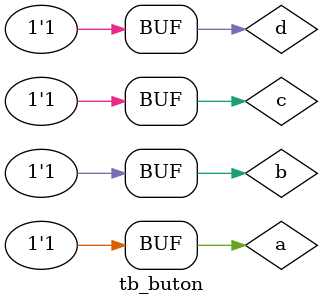
<source format=v>
`timescale 1ns / 1ps


module tb_buton();

    reg a, b, c, d;
    wire[2:0] e;
    
    buton uut(
        .a(a),
        .b(b),
        .c(c),
        .d(d),
        .e(e)
    );
    
    initial begin
    a= 1'd0;
    b= 1'd0;
    c= 1'd0;
    d= 1'd0;
    #50
    a= 1'd1;
    b= 1'd0;
    c= 1'd0;
    d= 1'd0;
    #50
    a= 1'd1;
    b= 1'd1;
    c= 1'd0;
    d= 1'd0;
    #50
    a= 1'd1;
    b= 1'd1;
    c= 1'd1;
    d= 1'd0;
    #50
    a= 1'd1;
    b= 1'd1;
    c= 1'd1;
    d= 1'd1;
    end
endmodule

</source>
